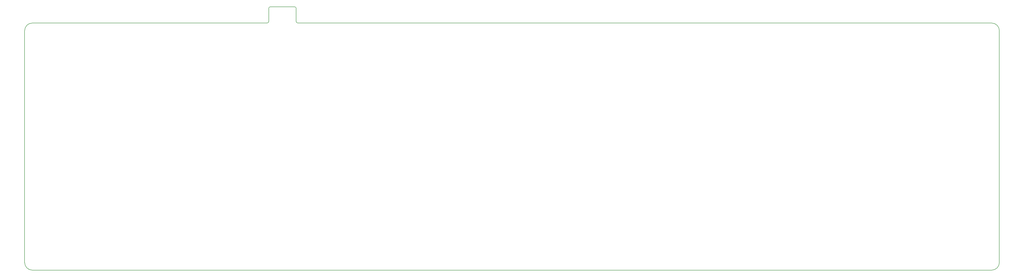
<source format=gm1>
G04 #@! TF.GenerationSoftware,KiCad,Pcbnew,(5.99.0-2660-g5096deeb3-dirty)*
G04 #@! TF.CreationDate,2020-08-14T03:18:59-04:00*
G04 #@! TF.ProjectId,Sinister,53696e69-7374-4657-922e-6b696361645f,rev?*
G04 #@! TF.SameCoordinates,Original*
G04 #@! TF.FileFunction,Profile,NP*
%FSLAX46Y46*%
G04 Gerber Fmt 4.6, Leading zero omitted, Abs format (unit mm)*
G04 Created by KiCad (PCBNEW (5.99.0-2660-g5096deeb3-dirty)) date 2020-08-14 03:18:59*
%MOMM*%
%LPD*%
G01*
G04 APERTURE LIST*
G04 #@! TA.AperFunction,Profile*
%ADD10C,0.200000*%
G04 #@! TD*
G04 APERTURE END LIST*
D10*
X273880200Y-17132299D02*
X264253600Y-17132299D01*
X275150200Y-23609299D02*
X550536999Y-23609300D01*
X553584999Y-118833901D02*
G75*
G02*
X550536999Y-121881901I-3048000J0D01*
G01*
X166742998Y-26657298D02*
X166742998Y-118833900D01*
X263618600Y-22974299D02*
G75*
G02*
X262983600Y-23609299I-635000J0D01*
G01*
X169790999Y-121881901D02*
X550536999Y-121881901D01*
X550536999Y-23609300D02*
G75*
G02*
X553584999Y-26657300I0J-3048000D01*
G01*
X275150200Y-23609299D02*
G75*
G02*
X274515200Y-22974299I0J635000D01*
G01*
X169790999Y-121881901D02*
G75*
G02*
X166742999Y-118833901I0J3048000D01*
G01*
X263618600Y-17767299D02*
G75*
G02*
X264253600Y-17132299I635000J0D01*
G01*
X273880200Y-17132299D02*
G75*
G02*
X274515200Y-17767299I0J-635000D01*
G01*
X262983600Y-23609299D02*
X169791000Y-23609299D01*
X166742998Y-26657298D02*
G75*
G02*
X169791000Y-23609298I3048001J-1D01*
G01*
X263618600Y-22974299D02*
X263618600Y-17767299D01*
X274515200Y-22974299D02*
X274515200Y-17767299D01*
X553584999Y-26657300D02*
X553585000Y-118833900D01*
M02*

</source>
